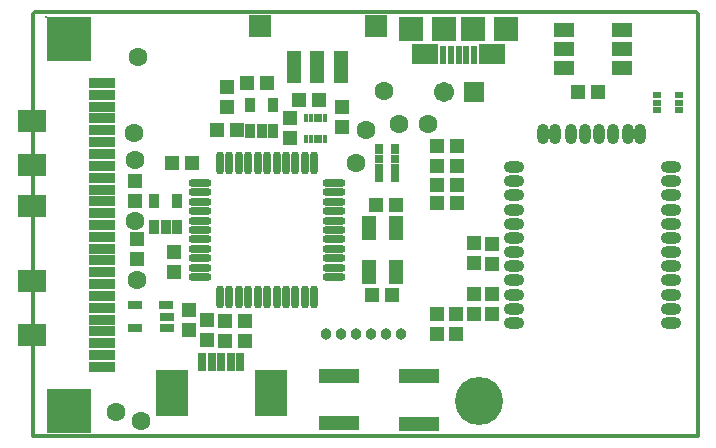
<source format=gts>
G04 Layer_Color=8388736*
%FSLAX25Y25*%
%MOIN*%
G70*
G01*
G75*
%ADD42C,0.01200*%
%ADD43R,0.00984X0.00787*%
%ADD59R,0.08674X0.03202*%
%ADD60R,0.14973X0.14973*%
%ADD61R,0.04737X0.05131*%
%ADD62C,0.03800*%
%ADD63R,0.03162X0.02454*%
%ADD64R,0.01280X0.02756*%
%ADD65R,0.03359X0.04737*%
%ADD66O,0.03950X0.06706*%
%ADD67O,0.06706X0.03950*%
%ADD68R,0.05131X0.04737*%
%ADD69R,0.06706X0.04737*%
%ADD70R,0.10642X0.15761*%
%ADD71R,0.02769X0.06312*%
%ADD72R,0.13398X0.04737*%
%ADD73R,0.07887X0.08280*%
%ADD74R,0.08280X0.08280*%
%ADD75R,0.09068X0.07099*%
%ADD76R,0.02375X0.06115*%
%ADD77R,0.04934X0.03162*%
%ADD78R,0.04737X0.10839*%
%ADD79R,0.07493X0.07493*%
%ADD80R,0.03162X0.03359*%
%ADD81R,0.03162X0.02572*%
%ADD82R,0.05131X0.08280*%
%ADD83O,0.07690X0.02965*%
%ADD84O,0.02965X0.07690*%
%ADD85R,0.09800X0.07800*%
%ADD86C,0.06312*%
%ADD87R,0.06706X0.06706*%
%ADD88C,0.06706*%
%ADD89C,0.16001*%
D42*
X106570Y240570D02*
X326930D01*
X106000Y240000D02*
X106570Y240570D01*
X106000Y99500D02*
Y240000D01*
X327500Y99500D02*
Y240000D01*
X106000Y99500D02*
X327500D01*
D43*
X110335Y239075D02*
D03*
D59*
X128907Y122371D02*
D03*
Y126316D02*
D03*
Y146026D02*
D03*
Y142084D02*
D03*
Y185445D02*
D03*
Y165735D02*
D03*
Y169677D02*
D03*
Y161793D02*
D03*
X128907Y189426D02*
D03*
Y201251D02*
D03*
Y197309D02*
D03*
Y217019D02*
D03*
Y193367D02*
D03*
X128907Y157851D02*
D03*
Y153910D02*
D03*
Y149968D02*
D03*
Y181503D02*
D03*
Y177561D02*
D03*
Y173619D02*
D03*
X128907Y213077D02*
D03*
Y209135D02*
D03*
Y205193D02*
D03*
X128907Y138142D02*
D03*
Y134200D02*
D03*
Y130258D02*
D03*
D60*
X117883Y231596D02*
D03*
Y107777D02*
D03*
D61*
X170500Y215748D02*
D03*
Y209055D02*
D03*
X247000Y139945D02*
D03*
Y133252D02*
D03*
X140500Y164945D02*
D03*
Y158252D02*
D03*
X140000Y177555D02*
D03*
Y184248D02*
D03*
X259000Y163445D02*
D03*
Y156752D02*
D03*
X158000Y134555D02*
D03*
Y141248D02*
D03*
X253000Y157055D02*
D03*
Y163748D02*
D03*
X259000Y140055D02*
D03*
Y146748D02*
D03*
X253000Y140055D02*
D03*
Y146748D02*
D03*
X240500Y139945D02*
D03*
Y133252D02*
D03*
X191500Y198555D02*
D03*
Y205248D02*
D03*
X209000Y208945D02*
D03*
Y202252D02*
D03*
X164000Y131252D02*
D03*
Y137945D02*
D03*
X176500Y137748D02*
D03*
Y131055D02*
D03*
X170000Y137748D02*
D03*
Y131055D02*
D03*
X153000Y160748D02*
D03*
Y154055D02*
D03*
D62*
X208478Y133219D02*
D03*
X203482Y133210D02*
D03*
X213481Y133218D02*
D03*
X223485Y133215D02*
D03*
X218482Y133216D02*
D03*
X228486Y133217D02*
D03*
D63*
X321339Y207941D02*
D03*
Y210500D02*
D03*
Y213059D02*
D03*
X313858Y207941D02*
D03*
Y210500D02*
D03*
Y213059D02*
D03*
D64*
X203350Y198349D02*
D03*
X201780Y198343D02*
D03*
X200206Y198342D02*
D03*
X197060Y198339D02*
D03*
X198634Y198340D02*
D03*
X198632Y205420D02*
D03*
X197058Y205420D02*
D03*
X200205Y205423D02*
D03*
X201779Y205423D02*
D03*
X203349Y205430D02*
D03*
D65*
X185906Y201102D02*
D03*
X182165D02*
D03*
X178425D02*
D03*
X185906Y209567D02*
D03*
X178425D02*
D03*
X146425Y177567D02*
D03*
X153906D02*
D03*
X146425Y169102D02*
D03*
X150165D02*
D03*
X153906D02*
D03*
D66*
X299326Y199994D02*
D03*
X308381D02*
D03*
X289877D02*
D03*
X294602D02*
D03*
X276098D02*
D03*
X285153D02*
D03*
X304444D02*
D03*
X280035D02*
D03*
D67*
X266255Y137002D02*
D03*
Y141726D02*
D03*
Y146450D02*
D03*
Y151175D02*
D03*
Y155899D02*
D03*
Y160624D02*
D03*
Y165348D02*
D03*
Y170072D02*
D03*
Y174797D02*
D03*
Y179521D02*
D03*
Y184246D02*
D03*
Y188970D02*
D03*
X318617D02*
D03*
Y184246D02*
D03*
Y179521D02*
D03*
Y174797D02*
D03*
Y170072D02*
D03*
Y165348D02*
D03*
Y160624D02*
D03*
Y155899D02*
D03*
Y151175D02*
D03*
Y146450D02*
D03*
Y141726D02*
D03*
Y137002D02*
D03*
D68*
X158945Y190500D02*
D03*
X152252D02*
D03*
X294445Y214000D02*
D03*
X287752D02*
D03*
X247445Y189500D02*
D03*
X240752D02*
D03*
X247445Y196000D02*
D03*
X240752D02*
D03*
X201445Y211500D02*
D03*
X194752D02*
D03*
X183945Y217000D02*
D03*
X177252D02*
D03*
X173945Y201500D02*
D03*
X167252D02*
D03*
X225748Y146500D02*
D03*
X219055D02*
D03*
X240752Y177000D02*
D03*
X247445D02*
D03*
X240752Y183000D02*
D03*
X247445D02*
D03*
X220252Y176500D02*
D03*
X226945D02*
D03*
D69*
X302176Y222115D02*
D03*
X302176Y228413D02*
D03*
X302177Y234712D02*
D03*
X282879Y234713D02*
D03*
X282879Y228414D02*
D03*
X282878Y222116D02*
D03*
D70*
X152137Y113790D02*
D03*
X185192Y113778D02*
D03*
D71*
X165537Y123889D02*
D03*
X162387Y123889D02*
D03*
X168687Y123888D02*
D03*
X174986Y123887D02*
D03*
X171836Y123888D02*
D03*
D72*
X234671Y103507D02*
D03*
X234670Y119257D02*
D03*
X207890Y119261D02*
D03*
X207892Y103511D02*
D03*
D73*
X232060Y234873D02*
D03*
X263568Y234879D02*
D03*
D74*
X243086Y234873D02*
D03*
X252536Y234876D02*
D03*
D75*
X236784Y226802D02*
D03*
X258838Y226817D02*
D03*
D76*
X245247Y226314D02*
D03*
X242689Y226311D02*
D03*
X247807Y226316D02*
D03*
X250365Y226319D02*
D03*
X252932Y226323D02*
D03*
D77*
X150478Y135458D02*
D03*
X150471Y139164D02*
D03*
X150462Y142895D02*
D03*
X139840Y142906D02*
D03*
X139857Y135469D02*
D03*
D78*
X208565Y222264D02*
D03*
X200681Y222266D02*
D03*
X192805Y222265D02*
D03*
D79*
X220252Y235963D02*
D03*
X181675Y235936D02*
D03*
D80*
X221444Y185545D02*
D03*
X221443Y194986D02*
D03*
X226569Y194982D02*
D03*
X226569Y185541D02*
D03*
D81*
X221441Y188690D02*
D03*
X221441Y191838D02*
D03*
X226567Y191834D02*
D03*
X226566Y188686D02*
D03*
D82*
X227083Y154059D02*
D03*
Y168724D02*
D03*
X217929D02*
D03*
Y154157D02*
D03*
D83*
X161756Y152252D02*
D03*
Y155402D02*
D03*
Y158551D02*
D03*
Y161701D02*
D03*
Y164850D02*
D03*
Y168000D02*
D03*
Y171150D02*
D03*
Y174299D02*
D03*
Y177449D02*
D03*
Y180598D02*
D03*
Y183748D02*
D03*
X206244D02*
D03*
Y180598D02*
D03*
Y177449D02*
D03*
Y174299D02*
D03*
Y171150D02*
D03*
Y168000D02*
D03*
Y164850D02*
D03*
Y161701D02*
D03*
Y158551D02*
D03*
Y155402D02*
D03*
Y152252D02*
D03*
D84*
X168252Y190244D02*
D03*
X171402D02*
D03*
X174551D02*
D03*
X177701D02*
D03*
X180850D02*
D03*
X184000D02*
D03*
X187150D02*
D03*
X190299D02*
D03*
X193449D02*
D03*
X196598D02*
D03*
X199748D02*
D03*
Y145756D02*
D03*
X196598D02*
D03*
X193449D02*
D03*
X190299D02*
D03*
X187150D02*
D03*
X184000D02*
D03*
X180850D02*
D03*
X177701D02*
D03*
X174551D02*
D03*
X171402D02*
D03*
X168252D02*
D03*
D85*
X105577Y189803D02*
D03*
X105585Y150932D02*
D03*
X105630Y175992D02*
D03*
X105555Y204468D02*
D03*
X105630Y132992D02*
D03*
D86*
X223000Y214500D02*
D03*
X140945Y225787D02*
D03*
X133500Y107500D02*
D03*
X213500Y190500D02*
D03*
X217000Y201500D02*
D03*
X139500Y200500D02*
D03*
X237500Y203500D02*
D03*
X228000D02*
D03*
X140500Y151500D02*
D03*
X140000Y171000D02*
D03*
Y191500D02*
D03*
X142000Y104500D02*
D03*
D87*
X253000Y214000D02*
D03*
D88*
X243000D02*
D03*
D89*
X254500Y111000D02*
D03*
M02*

</source>
